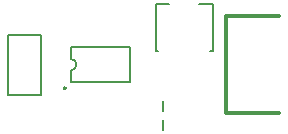
<source format=gbr>
%TF.GenerationSoftware,Altium Limited,Altium Designer,23.5.1 (21)*%
G04 Layer_Color=65535*
%FSLAX45Y45*%
%MOMM*%
%TF.SameCoordinates,DD9E7470-14DF-4C20-BCD2-90D554482088*%
%TF.FilePolarity,Positive*%
%TF.FileFunction,Legend,Top*%
%TF.Part,Single*%
G01*
G75*
%TA.AperFunction,NonConductor*%
%ADD34C,0.25400*%
%ADD35C,0.20000*%
%ADD36C,0.30000*%
D34*
X-293079Y-200000D02*
G03*
X-293079Y-200000I-6921J0D01*
G01*
D35*
X-250000Y-50000D02*
G03*
X-250000Y50000I0J50000D01*
G01*
X951769Y119737D02*
Y515262D01*
X840000D02*
X951769D01*
X469177Y119737D02*
Y515262D01*
X930000Y119737D02*
X951769D01*
X469177Y119737D02*
X490945Y119737D01*
X469177Y515262D02*
X580946D01*
X535000Y-550000D02*
Y-470000D01*
Y-390000D02*
Y-310000D01*
X-779700Y-254000D02*
Y254000D01*
X-500300D01*
X-779700Y-254000D02*
X-500300D01*
Y254000D01*
X-250000Y150000D02*
X250000D01*
X-250000Y50000D02*
Y150000D01*
Y-150000D02*
Y-50000D01*
Y-150000D02*
X250000D01*
Y150000D01*
D36*
X1066000Y-410000D02*
X1516000D01*
X1066000D02*
Y410000D01*
X1516000D01*
%TF.MD5,a9ef71ccf150ce77b05e201fcf9bf945*%
M02*

</source>
